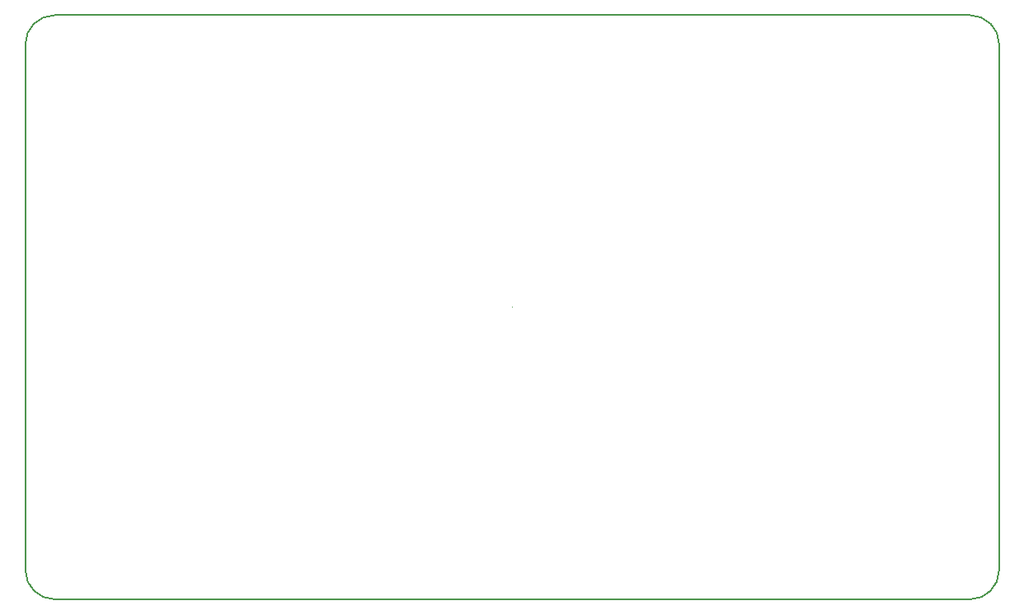
<source format=gbr>
%TF.GenerationSoftware,KiCad,Pcbnew,7.0.6*%
%TF.CreationDate,2023-08-23T22:51:32+03:00*%
%TF.ProjectId,Lorawan_prototype_v1.1,4c6f7261-7761-46e5-9f70-726f746f7479,rev?*%
%TF.SameCoordinates,Original*%
%TF.FileFunction,Profile,NP*%
%FSLAX46Y46*%
G04 Gerber Fmt 4.6, Leading zero omitted, Abs format (unit mm)*
G04 Created by KiCad (PCBNEW 7.0.6) date 2023-08-23 22:51:32*
%MOMM*%
%LPD*%
G01*
G04 APERTURE LIST*
%TA.AperFunction,Profile*%
%ADD10C,0.200000*%
%TD*%
%TA.AperFunction,Profile*%
%ADD11C,0.010050*%
%TD*%
G04 APERTURE END LIST*
D10*
X98230000Y-117170000D02*
G75*
G03*
X101230000Y-120170000I3000000J0D01*
G01*
X101230000Y-60170000D02*
X195230000Y-60170000D01*
X101230000Y-60170000D02*
G75*
G03*
X98230000Y-63170000I0J-3000000D01*
G01*
X198230000Y-63170000D02*
X198230000Y-117170000D01*
X98230000Y-63170000D02*
X98230000Y-117170000D01*
X198230000Y-63170000D02*
G75*
G03*
X195230000Y-60170000I-3000000J0D01*
G01*
D11*
X148235025Y-90170000D02*
G75*
G03*
X148235025Y-90170000I-5025J0D01*
G01*
D10*
X101230000Y-120170000D02*
X195230000Y-120170000D01*
X195230000Y-120170000D02*
G75*
G03*
X198230000Y-117170000I0J3000000D01*
G01*
M02*

</source>
